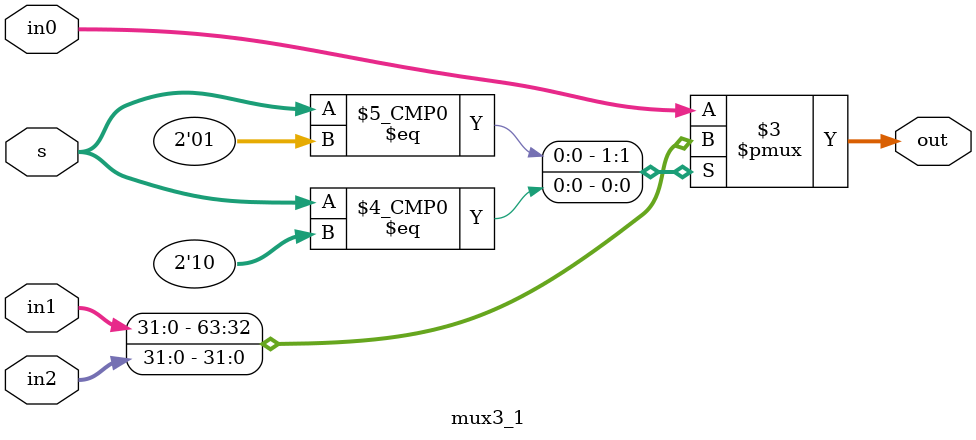
<source format=v>
module mux3_1 #(
    parameter WIDTH = 32
) (
    input [WIDTH - 1 : 0] in0 ,  in1 , in2,
    input [1:0]s,
    output reg [WIDTH - 1 : 0] out
);

always @(*) begin
    case (s)
        2'b00: out = in0;
        2'b01: out = in1;
        2'b10: out = in2; 
        default: out = in0;
    endcase
end
    
endmodule
</source>
